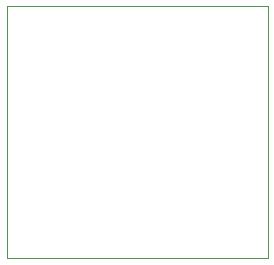
<source format=gbr>
%TF.GenerationSoftware,KiCad,Pcbnew,8.0.1*%
%TF.CreationDate,2025-01-10T19:22:40-08:00*%
%TF.ProjectId,pulltab,70756c6c-7461-4622-9e6b-696361645f70,rev?*%
%TF.SameCoordinates,Original*%
%TF.FileFunction,Profile,NP*%
%FSLAX46Y46*%
G04 Gerber Fmt 4.6, Leading zero omitted, Abs format (unit mm)*
G04 Created by KiCad (PCBNEW 8.0.1) date 2025-01-10 19:22:40*
%MOMM*%
%LPD*%
G01*
G04 APERTURE LIST*
%TA.AperFunction,Profile*%
%ADD10C,0.050000*%
%TD*%
G04 APERTURE END LIST*
D10*
X121767600Y-59791600D02*
X143865600Y-59791600D01*
X143865600Y-59791600D02*
X143865600Y-81127600D01*
X121767600Y-81127600D02*
X121767600Y-59791600D01*
X143865600Y-81127600D02*
X121767600Y-81127600D01*
M02*

</source>
